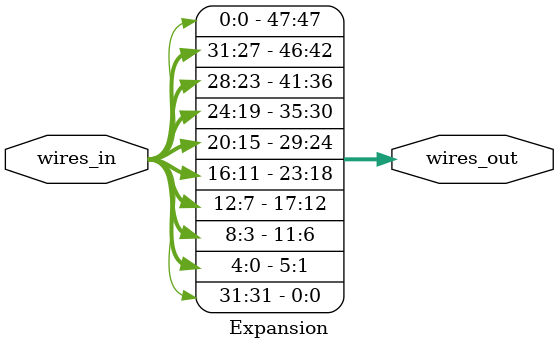
<source format=sv>
/***********************************************************************************************************************
 * Expansion Module
 * ---------------------------------------------------------------------------------------------------------------------
 * This module will perform the expansion function of the DES algorithm.
 **********************************************************************************************************************/
`include "Definitions.sv"

module Expansion #()(
	input  bit [31:0] wires_in,
	output bit [47:0] wires_out);
	
	always_comb
	begin
		wires_out[47-0]  = wires_in[31-31];
		wires_out[47-1]  = wires_in[31-0];
		wires_out[47-2]  = wires_in[31-1];
		wires_out[47-3]  = wires_in[31-2];
		wires_out[47-4]  = wires_in[31-3];
		wires_out[47-5]  = wires_in[31-4];
		
		wires_out[47-6]  = wires_in[31-3];
		wires_out[47-7]  = wires_in[31-4];
		wires_out[47-8]  = wires_in[31-5];
		wires_out[47-9]  = wires_in[31-6];
		wires_out[47-10] = wires_in[31-7];
		wires_out[47-11] = wires_in[31-8];
		
		wires_out[47-12] = wires_in[31-7];
		wires_out[47-13] = wires_in[31-8];
		wires_out[47-14] = wires_in[31-9];
		wires_out[47-15] = wires_in[31-10];
		wires_out[47-16] = wires_in[31-11];
		wires_out[47-17] = wires_in[31-12];
		
		wires_out[47-18] = wires_in[31-11];
		wires_out[47-19] = wires_in[31-12];
		wires_out[47-20] = wires_in[31-13];
		wires_out[47-21] = wires_in[31-14];
		wires_out[47-22] = wires_in[31-15];
		wires_out[47-23] = wires_in[31-16];
		
		wires_out[47-24] = wires_in[31-15];
		wires_out[47-25] = wires_in[31-16];
		wires_out[47-26] = wires_in[31-17];
		wires_out[47-27] = wires_in[31-18];
		wires_out[47-28] = wires_in[31-19];
		wires_out[47-29] = wires_in[31-20];
		
		wires_out[47-30] = wires_in[31-19];
		wires_out[47-31] = wires_in[31-20];
		wires_out[47-32] = wires_in[31-21];
		wires_out[47-33] = wires_in[31-22];
		wires_out[47-34] = wires_in[31-23];
		wires_out[47-35] = wires_in[31-24];
		
		wires_out[47-36] = wires_in[31-23];
		wires_out[47-37] = wires_in[31-24];
		wires_out[47-38] = wires_in[31-25];
		wires_out[47-39] = wires_in[31-26];
		wires_out[47-40] = wires_in[31-27];
		wires_out[47-41] = wires_in[31-28];
		
		wires_out[47-42] = wires_in[31-27];
		wires_out[47-43] = wires_in[31-28];
		wires_out[47-44] = wires_in[31-29];
		wires_out[47-45] = wires_in[31-30];
		wires_out[47-46] = wires_in[31-31];
		wires_out[47-47] = wires_in[31-0];
	end
	
endmodule


















</source>
